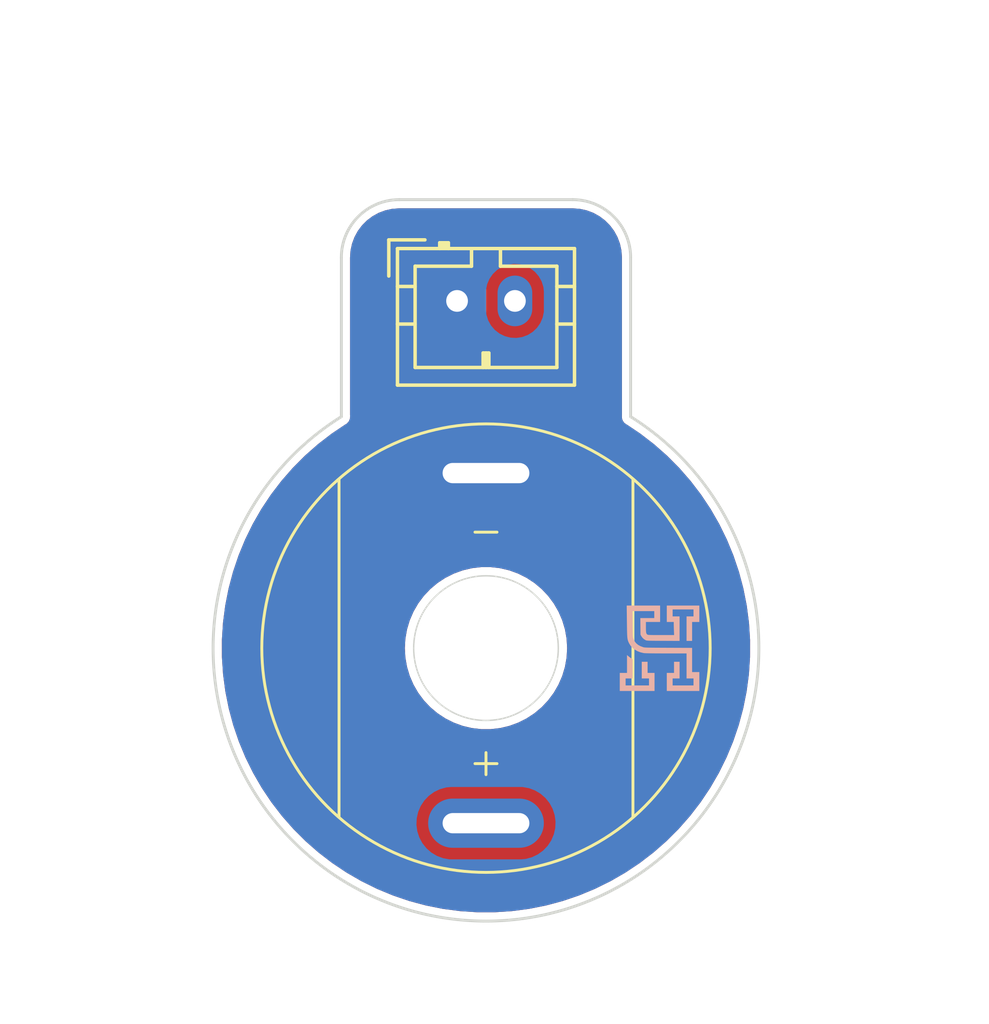
<source format=kicad_pcb>
(kicad_pcb (version 20221018) (generator pcbnew)
  (layers (0 "F.Cu" signal) (31 "B.Cu" signal) (34 "B.Paste" user) (35 "F.Paste" user) (36 "B.SilkS" user "B.Silkscreen") (37 "F.SilkS" user "F.Silkscreen") (38 "B.Mask" user) (39 "F.Mask" user) (44 "Edge.Cuts" user))
  (net 0 "")
  (net 1 "Net-(J101-Pin_1)")
  (net 2 "Net-(J101-Pin_2)")
  (footprint "Custom:Chihai_CHR_GM16" (layer "F.Cu") (at 100 100)
    (fp_text reference "M101" hide)
    (fp_text value "Motor_DC")
    (fp_text user "+" (at 0 4.5 unlocked) (layer "F.SilkS") (effects (font (thickness 0.1)) (justify bottom)))
    (fp_text user "-" (at 0 -3.5 unlocked) (layer "F.SilkS") (effects (font (thickness 0.1)) (justify bottom)))
    (fp_line (start -5.08 -5.842) (end -5.08 5.842) (stroke (width 0.1)) (layer "F.SilkS"))
    (fp_line (start 5.08 -5.842) (end 5.08 5.842) (stroke (width 0.1)) (layer "F.SilkS"))
    (fp_circle (center 0 0) (end 7.75 0) (stroke (width 0.1)) (fill none) (layer "F.SilkS"))
    (fp_circle (center 0 0) (end 2.5 0) (stroke (width 0.05)) (fill none) (layer "Edge.Cuts"))
    (pad "1" thru_hole oval (at 0 -6.05) (size 4 1.7) (drill oval 3 0.7) (layers "*.Cu" "*.Mask") (net 1 "Net-(J101-Pin_1)"))
    (pad "2" thru_hole oval (at 0 6.05) (size 4 1.7) (drill oval 3 0.7) (layers "*.Cu" "*.Mask") (net 2 "Net-(J101-Pin_2)"))
  )
  (footprint "Connector_JST:JST_PH_B2B-PH-K_1x02_P2.00mm_Vertical" (layer "F.Cu") (at 99 88)
    (fp_text reference "J101" hide)
    (fp_text value "Conn_01x02_Socket")
    (fp_line (start -2.36 -2.11) (end -2.36 -0.86) (stroke (width 0.12)) (layer "F.SilkS"))
    (fp_line (start -2.06 -1.81) (end -2.06 2.91) (stroke (width 0.12)) (layer "F.SilkS"))
    (fp_line (start -2.06 -0.5) (end -1.45 -0.5) (stroke (width 0.12)) (layer "F.SilkS"))
    (fp_line (start -2.06 0.8) (end -1.45 0.8) (stroke (width 0.12)) (layer "F.SilkS"))
    (fp_line (start -2.06 2.91) (end 4.06 2.91) (stroke (width 0.12)) (layer "F.SilkS"))
    (fp_line (start -1.45 -1.2) (end -1.45 2.3) (stroke (width 0.12)) (layer "F.SilkS"))
    (fp_line (start -1.45 2.3) (end 3.45 2.3) (stroke (width 0.12)) (layer "F.SilkS"))
    (fp_line (start -1.11 -2.11) (end -2.36 -2.11) (stroke (width 0.12)) (layer "F.SilkS"))
    (fp_line (start -0.6 -2.01) (end -0.6 -1.81) (stroke (width 0.12)) (layer "F.SilkS"))
    (fp_line (start -0.3 -2.01) (end -0.6 -2.01) (stroke (width 0.12)) (layer "F.SilkS"))
    (fp_line (start -0.3 -1.91) (end -0.6 -1.91) (stroke (width 0.12)) (layer "F.SilkS"))
    (fp_line (start -0.3 -1.81) (end -0.3 -2.01) (stroke (width 0.12)) (layer "F.SilkS"))
    (fp_line (start 0.5 -1.81) (end 0.5 -1.2) (stroke (width 0.12)) (layer "F.SilkS"))
    (fp_line (start 0.5 -1.2) (end -1.45 -1.2) (stroke (width 0.12)) (layer "F.SilkS"))
    (fp_line (start 0.9 1.8) (end 1.1 1.8) (stroke (width 0.12)) (layer "F.SilkS"))
    (fp_line (start 0.9 2.3) (end 0.9 1.8) (stroke (width 0.12)) (layer "F.SilkS"))
    (fp_line (start 1 2.3) (end 1 1.8) (stroke (width 0.12)) (layer "F.SilkS"))
    (fp_line (start 1.1 1.8) (end 1.1 2.3) (stroke (width 0.12)) (layer "F.SilkS"))
    (fp_line (start 1.5 -1.2) (end 1.5 -1.81) (stroke (width 0.12)) (layer "F.SilkS"))
    (fp_line (start 3.45 -1.2) (end 1.5 -1.2) (stroke (width 0.12)) (layer "F.SilkS"))
    (fp_line (start 3.45 2.3) (end 3.45 -1.2) (stroke (width 0.12)) (layer "F.SilkS"))
    (fp_line (start 4.06 -1.81) (end -2.06 -1.81) (stroke (width 0.12)) (layer "F.SilkS"))
    (fp_line (start 4.06 -0.5) (end 3.45 -0.5) (stroke (width 0.12)) (layer "F.SilkS"))
    (fp_line (start 4.06 0.8) (end 3.45 0.8) (stroke (width 0.12)) (layer "F.SilkS"))
    (fp_line (start 4.06 2.91) (end 4.06 -1.81) (stroke (width 0.12)) (layer "F.SilkS"))
    (pad "1" thru_hole roundrect (at 0 0) (size 1.2 1.75) (drill 0.75) (layers "*.Cu" "*.Mask") (roundrect_rratio 0.2083333333) (net 1 "Net-(J101-Pin_1)"))
    (pad "2" thru_hole oval (at 2 0) (size 1.2 1.75) (drill 0.75) (layers "*.Cu" "*.Mask") (net 2 "Net-(J101-Pin_2)"))
  )
  (footprint "LOGO" (layer "B.Cu") (at 106 100 180)
    (fp_text reference "G***" hide)
    (fp_text value "LOGO" hide)
    (fp_poly (pts (xy 1.125256 -0.546956) (xy 1.125256 -0.855964) (xy 1.250284 -0.855964) (xy 1.375312 -0.855964) (xy 1.375312 -1.168535) (xy 1.375312 -1.481106) (xy 0.774214 -1.481106) (xy 0.173116 -1.481106) (xy 0.173116 -1.168535) (xy 0.173116 -0.855964) (xy 0.293336 -0.855964) (xy 0.413555 -0.855964) (xy 0.413555 -0.663613) (xy 0.413555 -0.471261) (xy 0.51454 -0.471261) (xy 0.615524 -0.471261) (xy 0.615524 -0.759788) (xy 0.615524 -1.048315) (xy 0.490496 -1.048315) (xy 0.365468 -1.048315) (xy 0.365468 -1.168535) (xy 0.365468 -1.288755) (xy 0.769406 -1.288755) (xy 1.173343 -1.288755) (xy 1.173343 -1.168535) (xy 1.173343 -1.048315) (xy 1.053124 -1.048315) (xy 0.932904 -1.048315) (xy 0.932904 -0.716868) (xy 0.932904 -0.38542) (xy 0.988205 -0.346734) (xy 1.02427 -0.320492) (xy 1.060961 -0.2922) (xy 1.084381 -0.272999) (xy 1.125256 -0.237949)) (fill solid) (layer "B.SilkS"))
    (fp_poly (pts (xy -0.250057 1.18777) (xy -0.250057 0.904051) (xy -0.370276 0.904051) (xy -0.490496 0.904051) (xy -0.490528 0.829515) (xy -0.49096 0.79262) (xy -0.492126 0.742261) (xy -0.493863 0.684188) (xy -0.496013 0.62415) (xy -0.496843 0.603502) (xy -0.503125 0.452025) (xy -0.054064 0.452025) (xy 0.051415 0.452076) (xy 0.139359 0.452267) (xy 0.211468 0.452658) (xy 0.269442 0.453306) (xy 0.314982 0.454271) (xy 0.349788 0.455612) (xy 0.375559 0.457387) (xy 0.393996 0.459656) (xy 0.406799 0.462476) (xy 0.415668 0.465907) (xy 0.420015 0.468418) (xy 0.436707 0.481515) (xy 0.449401 0.49784) (xy 0.458622 0.520028) (xy 0.464893 0.550712) (xy 0.46874 0.592527) (xy 0.470687 0.648107) (xy 0.471259 0.720086) (xy 0.471261 0.725817) (xy 0.471261 0.904051) (xy 0.226013 0.904051) (xy -0.019235 0.904051) (xy -0.019235 1.18777) (xy -0.019235 1.471488) (xy 0.558068 1.471488) (xy 1.13537 1.471488) (xy 1.129005 0.925691) (xy 1.12751 0.801162) (xy 1.126034 0.694157) (xy 1.124404 0.602963) (xy 1.122445 0.525869) (xy 1.119986 0.461164) (xy 1.116852 0.407137) (xy 1.112871 0.362076) (xy 1.10787 0.32427) (xy 1.101675 0.292008) (xy 1.094113 0.263577) (xy 1.085012 0.237268) (xy 1.074197 0.211369) (xy 1.061497 0.184168) (xy 1.052011 0.1647) (xy 1.002033 0.084026) (xy 0.936207 0.011478) (xy 0.856717 -0.051519) (xy 0.765746 -0.103542) (xy 0.665476 -0.143164) (xy 0.558091 -0.168963) (xy 0.535484 -0.172403) (xy 0.509118 -0.1746) (xy 0.464196 -0.176555) (xy 0.401397 -0.178259) (xy 0.321397 -0.179703) (xy 0.224874 -0.180877) (xy 0.112507 -0.181773) (xy -0.015026 -0.182381) (xy -0.157049 -0.182692) (xy -0.236326 -0.182734) (xy -0.932904 -0.182734) (xy -0.932904 -0.615525) (xy -0.932904 -1.048315) (xy -1.053124 -1.048315) (xy -1.173343 -1.048315) (xy -1.173343 -1.168535) (xy -1.173343 -1.288755) (xy -0.812685 -1.288755) (xy -0.452026 -1.288755) (xy -0.452026 -1.168535) (xy -0.452026 -1.048315) (xy -0.572245 -1.048315) (xy -0.692465 -1.048315) (xy -0.692465 -0.759788) (xy -0.692465 -0.471261) (xy -0.596289 -0.471261) (xy -0.500114 -0.471261) (xy -0.500114 -0.663613) (xy -0.500114 -0.855964) (xy -0.375085 -0.855964) (xy -0.250057 -0.855964) (xy -0.250057 -1.168535) (xy -0.250057 -1.481106) (xy -0.812685 -1.481106) (xy -1.375312 -1.481106) (xy -1.375312 -1.154109) (xy -1.375312 -0.827111) (xy -1.250284 -0.827111) (xy -1.125256 -0.827111) (xy -1.125256 -0.409246) (xy -1.125256 0.008619) (xy -0.310167 0.011935) (xy -0.164832 0.012553) (xy -0.037448 0.013165) (xy 0.07327 0.013802) (xy 0.168606 0.014493) (xy 0.249845 0.015269) (xy 0.318271 0.016157) (xy 0.375169 0.017189) (xy 0.421824 0.018393) (xy 0.459519 0.0198) (xy 0.48954 0.021439) (xy 0.51317 0.023338) (xy 0.531695 0.025529) (xy 0.546398 0.028041) (xy 0.558565 0.030902) (xy 0.562628 0.03204) (xy 0.661413 0.068175) (xy 0.744425 0.114791) (xy 0.812422 0.172536) (xy 0.86616 0.242055) (xy 0.906397 0.323994) (xy 0.907149 0.325976) (xy 0.911903 0.339291) (xy 0.915873 0.353032) (xy 0.919146 0.369027) (xy 0.921807 0.389105) (xy 0.923942 0.415095) (xy 0.925636 0.448826) (xy 0.926975 0.492125) (xy 0.928044 0.546821) (xy 0.92893 0.614743) (xy 0.929717 0.69772) (xy 0.930491 0.797581) (xy 0.930723 0.829515) (xy 0.933951 1.279136) (xy 0.558343 1.279136) (xy 0.182734 1.279136) (xy 0.182734 1.158917) (xy 0.182734 1.038697) (xy 0.4237 1.038697) (xy 0.664666 1.038697) (xy 0.661735 0.752575) (xy 0.658804 0.466452) (xy 0.633102 0.417754) (xy 0.59375 0.36115) (xy 0.541271 0.311753) (xy 0.482056 0.275421) (xy 0.472299 0.271111) (xy 0.462096 0.26744) (xy 0.449882 0.264348) (xy 0.43409 0.261775) (xy 0.413156 0.259661) (xy 0.385514 0.257947) (xy 0.349597 0.256572) (xy 0.303841 0.255477) (xy 0.246679 0.254602) (xy 0.176546 0.253886) (xy 0.091876 0.25327) (xy -0.008896 0.252694) (xy -0.127337 0.252098) (xy -0.127433 0.252098) (xy -0.692465 0.24933) (xy -0.692465 0.672866) (xy -0.692465 1.096403) (xy -0.572245 1.096403) (xy -0.452026 1.096403) (xy -0.452026 1.216622) (xy -0.452026 1.336842) (xy -0.812685 1.336842) (xy -1.173343 1.336842) (xy -1.173343 1.216622) (xy -1.173343 1.096403) (xy -1.053124 1.096403) (xy -0.932904 1.096403) (xy -0.932904 0.67323) (xy -0.932904 0.250057) (xy -1.02908 0.250057) (xy -1.125256 0.250057) (xy -1.125256 0.577054) (xy -1.125256 0.904051) (xy -1.250284 0.904051) (xy -1.375312 0.904051) (xy -1.375312 1.18777) (xy -1.375312 1.471488) (xy -0.812685 1.471488) (xy -0.250057 1.471488)) (fill solid) (layer "B.SilkS"))
  )
  (gr_line (start 97 84.5) (end 103 84.5) (stroke (width 0.1)) (layer "Edge.Cuts"))
  (gr_line (start 95 92) (end 95 86.5) (stroke (width 0.1)) (layer "Edge.Cuts"))
  (gr_arc (start 105 92) (mid 100 109.433981) (end 95 92) (stroke (width 0.1)) (layer "Edge.Cuts"))
  (gr_arc (start 95 86.5) (mid 95.585786 85.085786) (end 97 84.5) (stroke (width 0.1)) (layer "Edge.Cuts"))
  (gr_arc (start 103 84.5) (mid 104.414214 85.085786) (end 105 86.5) (stroke (width 0.1)) (layer "Edge.Cuts"))
  (gr_line (start 105 86.5) (end 105 92) (stroke (width 0.1)) (layer "Edge.Cuts"))
  (zone (net 2) (net_name "Net-(J101-Pin_2)") (layer "F.Cu") (priority 1) (connect_pads yes (clearance 0.4)) (min_thickness 0.25) (fill yes (thermal_gap 0.5) (thermal_bridge_width 0.5))
    (polygon (pts (xy 113.6 80.4) (xy 114.4 111.4) (xy 86 113) (xy 85.2 77.6)))
  )
  (zone (net 1) (net_name "Net-(J101-Pin_1)") (layer "B.Cu") (connect_pads yes (clearance 0.4)) (min_thickness 0.25) (fill yes (thermal_gap 0.5) (thermal_bridge_width 0.5))
    (polygon (pts (xy 83.2 79.2) (xy 83.2 112.6) (xy 117.4 112.8) (xy 115.6 78.6)))
  )
)
</source>
